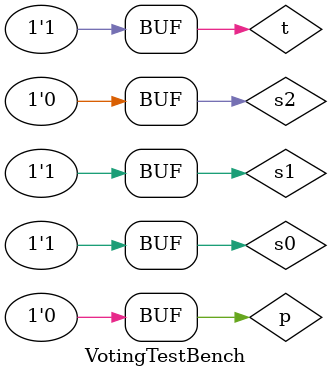
<source format=v>
`timescale 1ns / 1ps
module VotingTestBench();
	reg s0, s1, s2, t, p;
	wire G;
	
	voting Test3(G, s0, s1, s2, t, p);
	
	initial begin
		// Test ten possible input combinations
		    s0 <= 0; s1 <= 0; s2 <= 0; t <= 0; p <= 0;
		#10 s0 <= 0; s1 <= 0; s2 <= 1; t <= 0; p <= 0;
		#10 s0 <= 0; s1 <= 1; s2 <= 1; t <= 0; p <= 0;
		#10 s0 <= 1; s1 <= 0; s2 <= 1; t <= 0; p <= 0;
		
		#10 s0 <= 0; s1 <= 0; s2 <= 0; t <= 0; p <= 1;
		#10 s0 <= 0; s1 <= 0; s2 <= 0; t <= 1; p <= 0;
		#10 s0 <= 0; s1 <= 0; s2 <= 0; t <= 1; p <= 1;
		
		#10 s0 <= 0; s1 <= 0; s2 <= 0; t <= 0; p <= 1;
		#10 s0 <= 0; s1 <= 0; s2 <= 0; t <= 1; p <= 0;
		#10 s0 <= 1; s1 <= 1; s2 <= 0; t <= 1; p <= 0;
	end
endmodule

</source>
